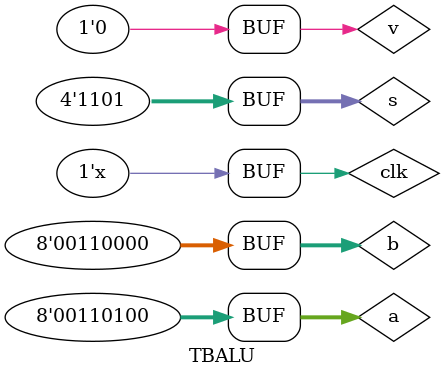
<source format=v>
`timescale 1ns / 1ps


module TBALU;

	// Inputs
	reg [3:0] s;
	reg [7:0] a;
	reg [7:0] b;
	reg clk;

	// Outputs
	wire [7:0] f;
	wire en;

	// Bidirs
	wire cin;
	wire z;
	reg v;
	// Instantiate the Unit Under Test (UUT)
	ALU uut (
		.s(s), 
		.a(a), 
		.b(b), 
		.f(f), 
		.clk(clk), 
		.en(en),  
		.cin(cin)
	);
	assign cin=(!en) ? (v):(z);
	initial begin
		// Initialize Inputs
		s = 4'd0;
		a = 8'd52;
		b = 8'd48;
		clk = 0;

		// Wait 100 ns for global reset to finish
		#100;
        
		// Add stimulus here
		s=4'd0;
		#100;
		s=4'd1;
		#100;
		s=4'd2;
		#100;
		s=4'd3;
		v=0;
		#100;
		s=4'd4;
		#100;
		s=4'd5;
		#100;
		s=4'd6;
		#100;
		s=4'd7;
		#100;
		s=4'd8;
		#100;
		s=4'd9;
		#100;
		s=4'd10;
		#100;
		s=4'd11;
		#100;
		s=4'd12;
		v=0;
		#100;
		s=4'd13;
		v=0;
		#100;
	end
      always #10 clk=!clk;
      
endmodule


</source>
